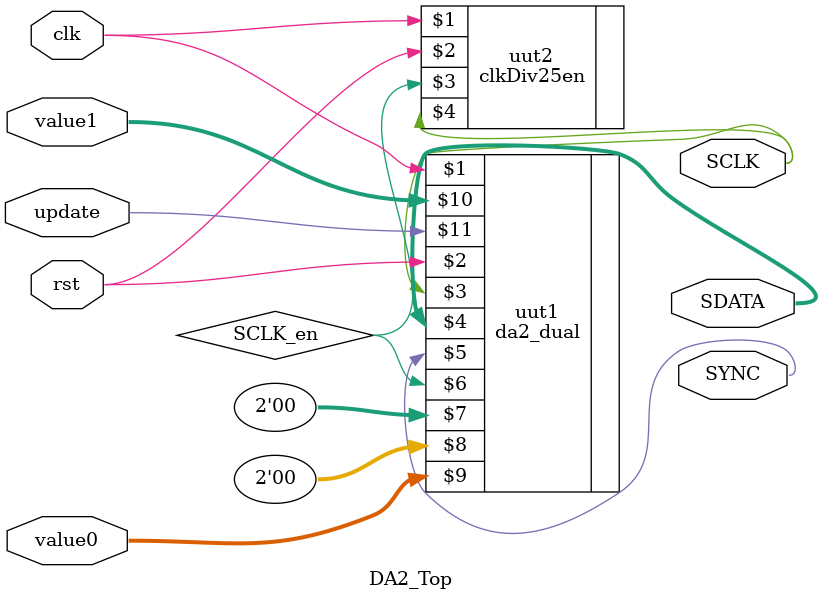
<source format=v>
module DA2_Top (
    input clk, rst, update,
    input [11:0] value0, value1,
    output [1:0] SDATA,
    output SYNC, SCLK
);
wire SCLK_en;

da2_dual uut1(
    clk,
    rst,
    SCLK,
    SDATA,
    SYNC,
    SCLK_en,
    2'b00,
    2'b00, // Channel modes: 00 Enabled
    value0,
    value1,
    update);

clkDiv25en uut2(
    clk,
    rst,
    SCLK_en,
    SCLK);
endmodule

</source>
